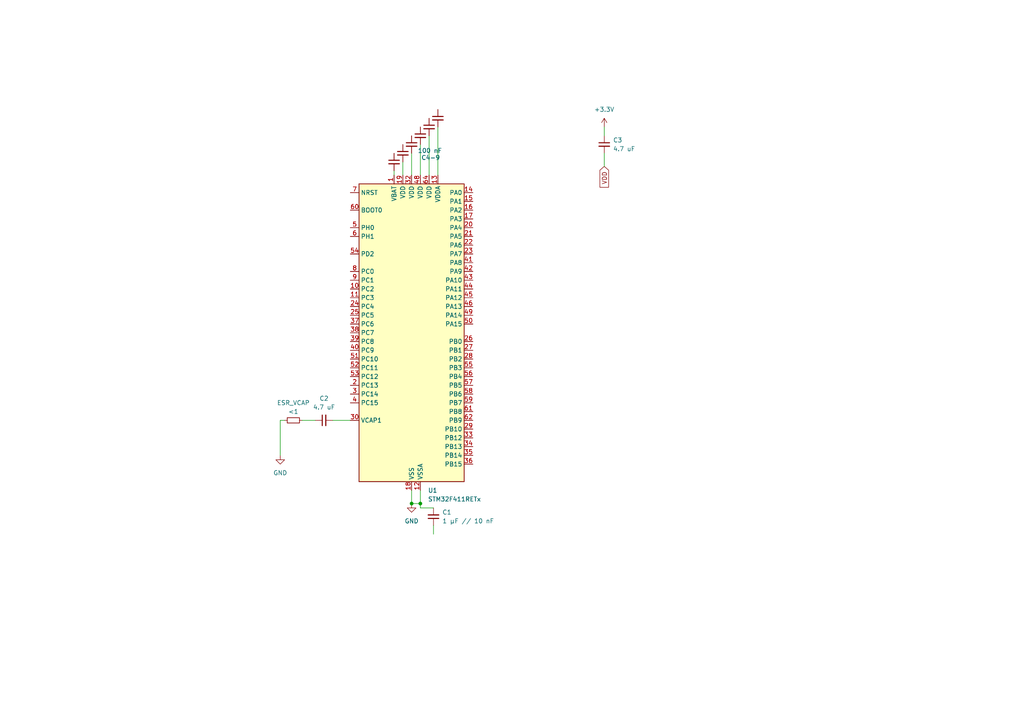
<source format=kicad_sch>
(kicad_sch (version 20231120) (generator "eeschema") (generator_version "8.0")
  (paper "A4")
  (lib_symbols
    (symbol "Device:C_Small" (pin_numbers hide) (pin_names (offset 0.254) hide)
      (property "Reference" "C" (at 0.254 1.778 0))
      (property "Value" "C_Small" (at 0.254 -2.032 0))
      (symbol "C_Small_0_1"
        (polyline (pts (xy -1.524 -0.508) (xy 1.524 -0.508)) (stroke (width 0.3302)))
        (polyline (pts (xy -1.524 0.508) (xy 1.524 0.508)) (stroke (width 0.3048)))
      )
      (symbol "C_Small_1_1"
        (pin passive line (at 0 2.54 270) (length 2.032) (name "~") (number "1"))
        (pin passive line (at 0 -2.54 90) (length 2.032) (name "~") (number "2"))
      )
    )
    (symbol "Device:R_Small" (pin_numbers hide) (pin_names (offset 0.254) hide)
      (property "Reference" "R" (at 0.762 0.508 0))
      (property "Value" "R_Small" (at 0.762 -1.016 0))
      (symbol "R_Small_0_1"
        (rectangle (start -0.762 1.778) (end 0.762 -1.778) (stroke (width 0.2032)))
      )
      (symbol "R_Small_1_1"
        (pin passive line (at 0 2.54 270) (length 0.762) (name "~") (number "1"))
        (pin passive line (at 0 -2.54 90) (length 0.762) (name "~") (number "2"))
      )
    )
    (symbol "MCU_ST_STM32F4:STM32F411RETx"
      (property "Reference" "U" (at -15.24 44.45 0))
      (property "Value" "STM32F411RETx" (at 10.16 44.45 0))
      (symbol "STM32F411RETx_0_1"
        (rectangle (start -15.24 -43.18) (end 15.24 43.18) (stroke (width 0.254)) (fill (type background)))
      )
      (symbol "STM32F411RETx_1_1"
        (pin power_in line (at -5.08 45.72 270) (length 2.54) (name "VBAT") (number "1"))
        (pin bidirectional line (at -17.78 12.7 0) (length 2.54) (name "PC2") (number "10"))
        (pin bidirectional line (at -17.78 10.16 0) (length 2.54) (name "PC3") (number "11"))
        (pin power_in line (at 2.54 -45.72 90) (length 2.54) (name "VSSA") (number "12"))
        (pin power_in line (at 7.62 45.72 270) (length 2.54) (name "VDDA") (number "13"))
        (pin bidirectional line (at 17.78 40.64 180) (length 2.54) (name "PA0") (number "14"))
        (pin bidirectional line (at 17.78 38.1 180) (length 2.54) (name "PA1") (number "15"))
        (pin bidirectional line (at 17.78 35.56 180) (length 2.54) (name "PA2") (number "16"))
        (pin bidirectional line (at 17.78 33.02 180) (length 2.54) (name "PA3") (number "17"))
        (pin power_in line (at 0 -45.72 90) (length 2.54) (name "VSS") (number "18"))
        (pin power_in line (at -2.54 45.72 270) (length 2.54) (name "VDD") (number "19"))
        (pin bidirectional line (at -17.78 -15.24 0) (length 2.54) (name "PC13") (number "2"))
        (pin bidirectional line (at 17.78 30.48 180) (length 2.54) (name "PA4") (number "20"))
        (pin bidirectional line (at 17.78 27.94 180) (length 2.54) (name "PA5") (number "21"))
        (pin bidirectional line (at 17.78 25.4 180) (length 2.54) (name "PA6") (number "22"))
        (pin bidirectional line (at 17.78 22.86 180) (length 2.54) (name "PA7") (number "23"))
        (pin bidirectional line (at -17.78 7.62 0) (length 2.54) (name "PC4") (number "24"))
        (pin bidirectional line (at -17.78 5.08 0) (length 2.54) (name "PC5") (number "25"))
        (pin bidirectional line (at 17.78 -2.54 180) (length 2.54) (name "PB0") (number "26"))
        (pin bidirectional line (at 17.78 -5.08 180) (length 2.54) (name "PB1") (number "27"))
        (pin bidirectional line (at 17.78 -7.62 180) (length 2.54) (name "PB2") (number "28"))
        (pin bidirectional line (at 17.78 -27.94 180) (length 2.54) (name "PB10") (number "29"))
        (pin bidirectional line (at -17.78 -17.78 0) (length 2.54) (name "PC14") (number "3"))
        (pin power_out line (at -17.78 -25.4 0) (length 2.54) (name "VCAP1") (number "30"))
        (pin passive line (at 0 -45.72 90) (length 2.54) hide (name "VSS") (number "31"))
        (pin power_in line (at 0 45.72 270) (length 2.54) (name "VDD") (number "32"))
        (pin bidirectional line (at 17.78 -30.48 180) (length 2.54) (name "PB12") (number "33"))
        (pin bidirectional line (at 17.78 -33.02 180) (length 2.54) (name "PB13") (number "34"))
        (pin bidirectional line (at 17.78 -35.56 180) (length 2.54) (name "PB14") (number "35"))
        (pin bidirectional line (at 17.78 -38.1 180) (length 2.54) (name "PB15") (number "36"))
        (pin bidirectional line (at -17.78 2.54 0) (length 2.54) (name "PC6") (number "37"))
        (pin bidirectional line (at -17.78 0 0) (length 2.54) (name "PC7") (number "38"))
        (pin bidirectional line (at -17.78 -2.54 0) (length 2.54) (name "PC8") (number "39"))
        (pin bidirectional line (at -17.78 -20.32 0) (length 2.54) (name "PC15") (number "4"))
        (pin bidirectional line (at -17.78 -5.08 0) (length 2.54) (name "PC9") (number "40"))
        (pin bidirectional line (at 17.78 20.32 180) (length 2.54) (name "PA8") (number "41"))
        (pin bidirectional line (at 17.78 17.78 180) (length 2.54) (name "PA9") (number "42"))
        (pin bidirectional line (at 17.78 15.24 180) (length 2.54) (name "PA10") (number "43"))
        (pin bidirectional line (at 17.78 12.7 180) (length 2.54) (name "PA11") (number "44"))
        (pin bidirectional line (at 17.78 10.16 180) (length 2.54) (name "PA12") (number "45"))
        (pin bidirectional line (at 17.78 7.62 180) (length 2.54) (name "PA13") (number "46"))
        (pin passive line (at 0 -45.72 90) (length 2.54) hide (name "VSS") (number "47"))
        (pin power_in line (at 2.54 45.72 270) (length 2.54) (name "VDD") (number "48"))
        (pin bidirectional line (at 17.78 5.08 180) (length 2.54) (name "PA14") (number "49"))
        (pin bidirectional line (at -17.78 30.48 0) (length 2.54) (name "PH0") (number "5"))
        (pin bidirectional line (at 17.78 2.54 180) (length 2.54) (name "PA15") (number "50"))
        (pin bidirectional line (at -17.78 -7.62 0) (length 2.54) (name "PC10") (number "51"))
        (pin bidirectional line (at -17.78 -10.16 0) (length 2.54) (name "PC11") (number "52"))
        (pin bidirectional line (at -17.78 -12.7 0) (length 2.54) (name "PC12") (number "53"))
        (pin bidirectional line (at -17.78 22.86 0) (length 2.54) (name "PD2") (number "54"))
        (pin bidirectional line (at 17.78 -10.16 180) (length 2.54) (name "PB3") (number "55"))
        (pin bidirectional line (at 17.78 -12.7 180) (length 2.54) (name "PB4") (number "56"))
        (pin bidirectional line (at 17.78 -15.24 180) (length 2.54) (name "PB5") (number "57"))
        (pin bidirectional line (at 17.78 -17.78 180) (length 2.54) (name "PB6") (number "58"))
        (pin bidirectional line (at 17.78 -20.32 180) (length 2.54) (name "PB7") (number "59"))
        (pin bidirectional line (at -17.78 27.94 0) (length 2.54) (name "PH1") (number "6"))
        (pin input line (at -17.78 35.56 0) (length 2.54) (name "BOOT0") (number "60"))
        (pin bidirectional line (at 17.78 -22.86 180) (length 2.54) (name "PB8") (number "61"))
        (pin bidirectional line (at 17.78 -25.4 180) (length 2.54) (name "PB9") (number "62"))
        (pin passive line (at 0 -45.72 90) (length 2.54) hide (name "VSS") (number "63"))
        (pin power_in line (at 5.08 45.72 270) (length 2.54) (name "VDD") (number "64"))
        (pin input line (at -17.78 40.64 0) (length 2.54) (name "NRST") (number "7"))
        (pin bidirectional line (at -17.78 17.78 0) (length 2.54) (name "PC0") (number "8"))
        (pin bidirectional line (at -17.78 15.24 0) (length 2.54) (name "PC1") (number "9"))
      )
    )
    (symbol "power:+3.3V" (power) (pin_numbers hide) (pin_names (offset 0) hide)
      (property "Value" "+3.3V" (at 0 3.556 0))
      (symbol "+3.3V_0_1"
        (polyline (pts (xy -0.762 1.27) (xy 0 2.54)))
        (polyline (pts (xy 0 0) (xy 0 2.54)))
        (polyline (pts (xy 0 2.54) (xy 0.762 1.27)))
      )
      (symbol "+3.3V_1_1"
        (pin power_in line (at 0 0 90) (length 0) (name "~") (number "1"))
      )
    )
    (symbol "power:GND" (power) (pin_numbers hide) (pin_names (offset 0) hide)
      (property "Value" "GND" (at 0 -3.81 0))
      (symbol "GND_0_1"
        (polyline (pts (xy 0 0) (xy 0 -1.27) (xy 1.27 -1.27) (xy 0 -2.54) (xy -1.27 -1.27) (xy 0 -1.27)))
      )
      (symbol "GND_1_1"
        (pin power_in line (at 0 0 270) (length 0) (name "~") (number "1"))
      )
    )
  )
  (junction (at 119.38 146.05))
  (junction (at 121.92 146.05))
  (wire (pts (xy 81.28 121.92) (xy 81.28 132.08)))
  (wire (pts (xy 121.92 147.32) (xy 125.73 147.32)))
  (wire (pts (xy 121.92 146.05) (xy 121.92 147.32)))
  (wire (pts (xy 121.92 146.05) (xy 121.92 142.24)))
  (wire (pts (xy 121.92 41.91) (xy 121.92 50.8)))
  (wire (pts (xy 175.26 44.45) (xy 175.26 48.26)))
  (wire (pts (xy 119.38 142.24) (xy 119.38 146.05)))
  (wire (pts (xy 116.84 46.99) (xy 116.84 50.8)))
  (wire (pts (xy 124.46 39.37) (xy 124.46 50.8)))
  (wire (pts (xy 82.55 121.92) (xy 81.28 121.92)))
  (wire (pts (xy 96.52 121.92) (xy 101.6 121.92)))
  (wire (pts (xy 125.73 152.4) (xy 125.73 154.94)))
  (wire (pts (xy 175.26 36.83) (xy 175.26 39.37)))
  (wire (pts (xy 119.38 146.05) (xy 121.92 146.05)))
  (wire (pts (xy 87.63 121.92) (xy 91.44 121.92)))
  (wire (pts (xy 114.3 49.53) (xy 114.3 50.8)))
  (wire (pts (xy 127 36.83) (xy 127 50.8)))
  (wire (pts (xy 119.38 44.45) (xy 119.38 50.8)))
  (global_label "VDD" (shape input) (at 175.26 48.26 270) (property "Intersheetrefs" "${INTERSHEET_REFS}" (effects (hide yes))))
  (symbol (lib_id "Device:C_Small") (at 114.3 46.99 0) (unit 1)
    (property "Reference" "C4-9" (at 122.174 45.72 0) (effects (justify left)))
    (property "Value" "100 nF" (at 121.158 43.688 0) (effects (justify left)))
    (property "Description" "Unpolarized capacitor, small symbol" (effects (hide yes)))
  )
  (symbol (lib_id "MCU_ST_STM32F4:STM32F411RETx") (at 119.38 96.52 0) (unit 1)
    (property "Reference" "U1" (at 124.1141 142.24 0) (effects (justify left)))
    (property "Value" "STM32F411RETx" (at 124.1141 144.78 0) (effects (justify left)))
    (property "Footprint" "Package_QFP:LQFP-64_10x10mm_P0.5mm" (effects (hide yes)))
    (property "Datasheet" "https://www.st.com/resource/en/datasheet/stm32f411re.pdf" (effects (hide yes)))
    (property "Description" "STMicroelectronics Arm Cortex-M4 MCU, 512KB flash, 128KB RAM, 100 MHz, 1.7-3.6V, 50 GPIO, LQFP64" (effects (hide yes)))
  )
  (symbol (lib_id "Device:C_Small") (at 127 34.29 0) (unit 1)
    (property "Reference" "C9" (effects (hide yes)))
    (property "Value" "C_Small" (effects (hide yes)))
    (property "Description" "Unpolarized capacitor, small symbol" (effects (hide yes)))
  )
  (symbol (lib_id "Device:C_Small") (at 119.38 41.91 0) (unit 1)
    (property "Reference" "C6" (effects (hide yes)))
    (property "Value" "C_Small" (effects (hide yes)))
    (property "Description" "Unpolarized capacitor, small symbol" (effects (hide yes)))
  )
  (symbol (lib_id "power:GND") (at 119.38 146.05 0) (unit 1)
    (property "Reference" "#PWR02" (effects (hide yes)))
    (property "Value" "GND" (at 119.38 151.13 0))
    (property "Description" "Power symbol creates a global label with name \"GND\" , ground" (effects (hide yes)))
  )
  (symbol (lib_id "power:GND") (at 81.28 132.08 0) (unit 1)
    (property "Reference" "#PWR03" (effects (hide yes)))
    (property "Value" "GND" (at 81.28 137.16 0))
    (property "Description" "Power symbol creates a global label with name \"GND\" , ground" (effects (hide yes)))
  )
  (symbol (lib_id "Device:R_Small") (at 85.09 121.92 90) (unit 1)
    (property "Reference" "ESR_VCAP" (at 85.09 116.84 90))
    (property "Value" "<1" (at 85.09 119.38 90))
    (property "Description" "Resistor, small symbol" (effects (hide yes)))
  )
  (symbol (lib_id "Device:C_Small") (at 125.73 149.86 180) (unit 1)
    (property "Reference" "C1" (at 128.27 148.5835 0) (effects (justify right)))
    (property "Value" "1 μF // 10 nF" (at 128.27 151.1235 0) (effects (justify right)))
    (property "Description" "Unpolarized capacitor, small symbol" (effects (hide yes)))
  )
  (symbol (lib_id "Device:C_Small") (at 116.84 44.45 0) (unit 1)
    (property "Reference" "C5" (effects (hide yes)))
    (property "Value" "C_Small" (effects (hide yes)))
    (property "Description" "Unpolarized capacitor, small symbol" (effects (hide yes)))
  )
  (symbol (lib_id "Device:C_Small") (at 124.46 36.83 0) (unit 1)
    (property "Reference" "C8" (effects (hide yes)))
    (property "Value" "C_Small" (effects (hide yes)))
    (property "Description" "Unpolarized capacitor, small symbol" (effects (hide yes)))
  )
  (symbol (lib_id "Device:C_Small") (at 93.98 121.92 90) (unit 1)
    (property "Reference" "C2" (at 93.9863 115.57 90))
    (property "Value" "4.7 uF" (at 93.9863 118.11 90))
    (property "Description" "Unpolarized capacitor, small symbol" (effects (hide yes)))
  )
  (symbol (lib_id "Device:C_Small") (at 175.26 41.91 0) (unit 1)
    (property "Reference" "C3" (at 177.8 40.6462 0) (effects (justify left)))
    (property "Value" "4.7 uF" (at 177.8 43.1862 0) (effects (justify left)))
    (property "Description" "Unpolarized capacitor, small symbol" (effects (hide yes)))
  )
  (symbol (lib_id "Device:C_Small") (at 121.92 39.37 0) (unit 1)
    (property "Reference" "C7" (effects (hide yes)))
    (property "Value" "C_Small" (effects (hide yes)))
    (property "Description" "Unpolarized capacitor, small symbol" (effects (hide yes)))
  )
  (symbol (lib_id "power:+3.3V") (at 175.26 36.83 0) (unit 1)
    (property "Reference" "#PWR01" (effects (hide yes)))
    (property "Value" "+3.3V" (at 175.26 31.75 0))
    (property "Description" "Power symbol creates a global label with name \"+3.3V\"" (effects (hide yes)))
  )
)
</source>
